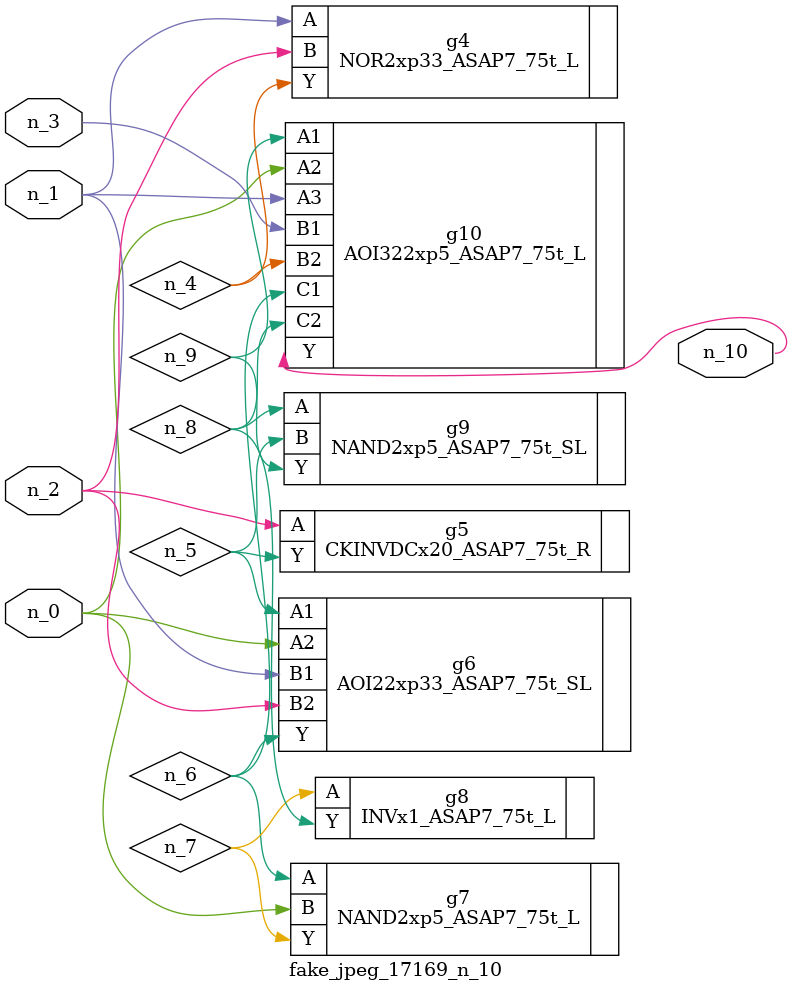
<source format=v>
module fake_jpeg_17169_n_10 (n_0, n_3, n_2, n_1, n_10);

input n_0;
input n_3;
input n_2;
input n_1;

output n_10;

wire n_4;
wire n_8;
wire n_9;
wire n_6;
wire n_5;
wire n_7;

NOR2xp33_ASAP7_75t_L g4 ( 
.A(n_1),
.B(n_2),
.Y(n_4)
);

CKINVDCx20_ASAP7_75t_R g5 ( 
.A(n_2),
.Y(n_5)
);

AOI22xp33_ASAP7_75t_SL g6 ( 
.A1(n_5),
.A2(n_0),
.B1(n_1),
.B2(n_2),
.Y(n_6)
);

NAND2xp5_ASAP7_75t_L g7 ( 
.A(n_6),
.B(n_0),
.Y(n_7)
);

INVx1_ASAP7_75t_L g8 ( 
.A(n_7),
.Y(n_8)
);

NAND2xp5_ASAP7_75t_SL g9 ( 
.A(n_8),
.B(n_5),
.Y(n_9)
);

AOI322xp5_ASAP7_75t_L g10 ( 
.A1(n_9),
.A2(n_0),
.A3(n_1),
.B1(n_3),
.B2(n_4),
.C1(n_6),
.C2(n_8),
.Y(n_10)
);


endmodule
</source>
